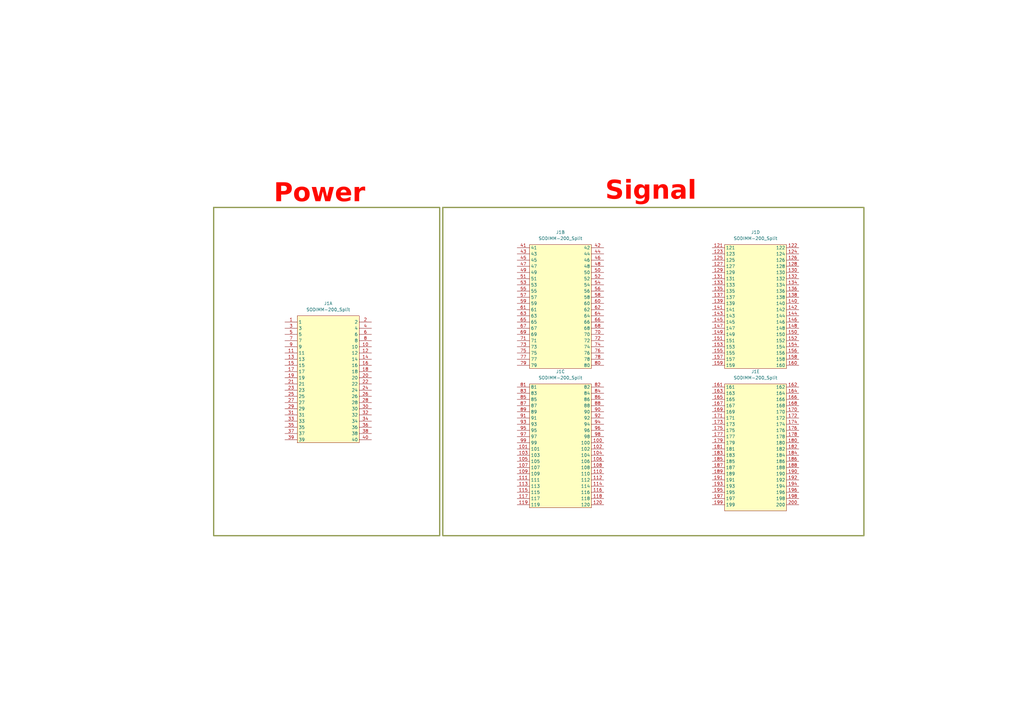
<source format=kicad_sch>
(kicad_sch (version 20231120) (generator "eeschema") (generator_version "8.0")
  (paper "A3")
  (title_block (title "Модуль вычислительный") (date "2025-02-09") (rev "1") (company "@madjogger") (comment 1 "ОРВК.467442.002.Э3") (comment 2 "Корнилов В.В."))
  (lib_symbols
    (symbol "Connector:SODIMM-200_Split"
      (property "Reference" "J" (at 0 1.27 0))
      (property "Value" "SODIMM-200_Split" (at 0 -1.27 0))
      (symbol "SODIMM-200_Split_1_1"
        (rectangle (start -12.7 25.4) (end 12.7 -26.67) (fill (type background)))
        (pin passive line (at -17.78 22.86 0) (length 5.08) (name "1") (number "1"))
        (pin passive line (at 17.78 12.7 180) (length 5.08) (name "10") (number "10"))
        (pin passive line (at -17.78 10.16 0) (length 5.08) (name "11") (number "11"))
        (pin passive line (at 17.78 10.16 180) (length 5.08) (name "12") (number "12"))
        (pin passive line (at -17.78 7.62 0) (length 5.08) (name "13") (number "13"))
        (pin passive line (at 17.78 7.62 180) (length 5.08) (name "14") (number "14"))
        (pin passive line (at -17.78 5.08 0) (length 5.08) (name "15") (number "15"))
        (pin passive line (at 17.78 5.08 180) (length 5.08) (name "16") (number "16"))
        (pin passive line (at -17.78 2.54 0) (length 5.08) (name "17") (number "17"))
        (pin passive line (at 17.78 2.54 180) (length 5.08) (name "18") (number "18"))
        (pin passive line (at -17.78 0 0) (length 5.08) (name "19") (number "19"))
        (pin passive line (at 17.78 22.86 180) (length 5.08) (name "2") (number "2"))
        (pin passive line (at 17.78 0 180) (length 5.08) (name "20") (number "20"))
        (pin passive line (at -17.78 -2.54 0) (length 5.08) (name "21") (number "21"))
        (pin passive line (at 17.78 -2.54 180) (length 5.08) (name "22") (number "22"))
        (pin passive line (at -17.78 -5.08 0) (length 5.08) (name "23") (number "23"))
        (pin passive line (at 17.78 -5.08 180) (length 5.08) (name "24") (number "24"))
        (pin passive line (at -17.78 -7.62 0) (length 5.08) (name "25") (number "25"))
        (pin passive line (at 17.78 -7.62 180) (length 5.08) (name "26") (number "26"))
        (pin passive line (at -17.78 -10.16 0) (length 5.08) (name "27") (number "27"))
        (pin passive line (at 17.78 -10.16 180) (length 5.08) (name "28") (number "28"))
        (pin passive line (at -17.78 -12.7 0) (length 5.08) (name "29") (number "29"))
        (pin passive line (at -17.78 20.32 0) (length 5.08) (name "3") (number "3"))
        (pin passive line (at 17.78 -12.7 180) (length 5.08) (name "30") (number "30"))
        (pin passive line (at -17.78 -15.24 0) (length 5.08) (name "31") (number "31"))
        (pin passive line (at 17.78 -15.24 180) (length 5.08) (name "32") (number "32"))
        (pin passive line (at -17.78 -17.78 0) (length 5.08) (name "33") (number "33"))
        (pin passive line (at 17.78 -17.78 180) (length 5.08) (name "34") (number "34"))
        (pin passive line (at -17.78 -20.32 0) (length 5.08) (name "35") (number "35"))
        (pin passive line (at 17.78 -20.32 180) (length 5.08) (name "36") (number "36"))
        (pin passive line (at -17.78 -22.86 0) (length 5.08) (name "37") (number "37"))
        (pin passive line (at 17.78 -22.86 180) (length 5.08) (name "38") (number "38"))
        (pin passive line (at -17.78 -25.4 0) (length 5.08) (name "39") (number "39"))
        (pin passive line (at 17.78 20.32 180) (length 5.08) (name "4") (number "4"))
        (pin passive line (at 17.78 -25.4 180) (length 5.08) (name "40") (number "40"))
        (pin passive line (at -17.78 17.78 0) (length 5.08) (name "5") (number "5"))
        (pin passive line (at 17.78 17.78 180) (length 5.08) (name "6") (number "6"))
        (pin passive line (at -17.78 15.24 0) (length 5.08) (name "7") (number "7"))
        (pin passive line (at 17.78 15.24 180) (length 5.08) (name "8") (number "8"))
        (pin passive line (at -17.78 12.7 0) (length 5.08) (name "9") (number "9"))
      )
      (symbol "SODIMM-200_Split_2_1"
        (rectangle (start -12.7 -26.67) (end 12.7 24.13) (fill (type background)))
        (pin passive line (at -17.78 22.86 0) (length 5.08) (name "41") (number "41"))
        (pin passive line (at 17.78 22.86 180) (length 5.08) (name "42") (number "42"))
        (pin passive line (at -17.78 20.32 0) (length 5.08) (name "43") (number "43"))
        (pin passive line (at 17.78 20.32 180) (length 5.08) (name "44") (number "44"))
        (pin passive line (at -17.78 17.78 0) (length 5.08) (name "45") (number "45"))
        (pin passive line (at 17.78 17.78 180) (length 5.08) (name "46") (number "46"))
        (pin passive line (at -17.78 15.24 0) (length 5.08) (name "47") (number "47"))
        (pin passive line (at 17.78 15.24 180) (length 5.08) (name "48") (number "48"))
        (pin passive line (at -17.78 12.7 0) (length 5.08) (name "49") (number "49"))
        (pin passive line (at 17.78 12.7 180) (length 5.08) (name "50") (number "50"))
        (pin passive line (at -17.78 10.16 0) (length 5.08) (name "51") (number "51"))
        (pin passive line (at 17.78 10.16 180) (length 5.08) (name "52") (number "52"))
        (pin passive line (at -17.78 7.62 0) (length 5.08) (name "53") (number "53"))
        (pin passive line (at 17.78 7.62 180) (length 5.08) (name "54") (number "54"))
        (pin passive line (at -17.78 5.08 0) (length 5.08) (name "55") (number "55"))
        (pin passive line (at 17.78 5.08 180) (length 5.08) (name "56") (number "56"))
        (pin passive line (at -17.78 2.54 0) (length 5.08) (name "57") (number "57"))
        (pin passive line (at 17.78 2.54 180) (length 5.08) (name "58") (number "58"))
        (pin passive line (at -17.78 0 0) (length 5.08) (name "59") (number "59"))
        (pin passive line (at 17.78 0 180) (length 5.08) (name "60") (number "60"))
        (pin passive line (at -17.78 -2.54 0) (length 5.08) (name "61") (number "61"))
        (pin passive line (at 17.78 -2.54 180) (length 5.08) (name "62") (number "62"))
        (pin passive line (at -17.78 -5.08 0) (length 5.08) (name "63") (number "63"))
        (pin passive line (at 17.78 -5.08 180) (length 5.08) (name "64") (number "64"))
        (pin passive line (at -17.78 -7.62 0) (length 5.08) (name "65") (number "65"))
        (pin passive line (at 17.78 -7.62 180) (length 5.08) (name "66") (number "66"))
        (pin passive line (at -17.78 -10.16 0) (length 5.08) (name "67") (number "67"))
        (pin passive line (at 17.78 -10.16 180) (length 5.08) (name "68") (number "68"))
        (pin passive line (at -17.78 -12.7 0) (length 5.08) (name "69") (number "69"))
        (pin passive line (at 17.78 -12.7 180) (length 5.08) (name "70") (number "70"))
        (pin passive line (at -17.78 -15.24 0) (length 5.08) (name "71") (number "71"))
        (pin passive line (at 17.78 -15.24 180) (length 5.08) (name "72") (number "72"))
        (pin passive line (at -17.78 -17.78 0) (length 5.08) (name "73") (number "73"))
        (pin passive line (at 17.78 -17.78 180) (length 5.08) (name "74") (number "74"))
        (pin passive line (at -17.78 -20.32 0) (length 5.08) (name "75") (number "75"))
        (pin passive line (at 17.78 -20.32 180) (length 5.08) (name "76") (number "76"))
        (pin passive line (at -17.78 -22.86 0) (length 5.08) (name "77") (number "77"))
        (pin passive line (at 17.78 -22.86 180) (length 5.08) (name "78") (number "78"))
        (pin passive line (at -17.78 -25.4 0) (length 5.08) (name "79") (number "79"))
        (pin passive line (at 17.78 -25.4 180) (length 5.08) (name "80") (number "80"))
      )
      (symbol "SODIMM-200_Split_3_1"
        (rectangle (start -12.7 24.13) (end 12.7 -26.67) (fill (type background)))
        (pin passive line (at 17.78 0 180) (length 5.08) (name "100") (number "100"))
        (pin passive line (at -17.78 -2.54 0) (length 5.08) (name "101") (number "101"))
        (pin passive line (at 17.78 -2.54 180) (length 5.08) (name "102") (number "102"))
        (pin passive line (at -17.78 -5.08 0) (length 5.08) (name "103") (number "103"))
        (pin passive line (at 17.78 -5.08 180) (length 5.08) (name "104") (number "104"))
        (pin passive line (at -17.78 -7.62 0) (length 5.08) (name "105") (number "105"))
        (pin passive line (at 17.78 -7.62 180) (length 5.08) (name "106") (number "106"))
        (pin passive line (at -17.78 -10.16 0) (length 5.08) (name "107") (number "107"))
        (pin passive line (at 17.78 -10.16 180) (length 5.08) (name "108") (number "108"))
        (pin passive line (at -17.78 -12.7 0) (length 5.08) (name "109") (number "109"))
        (pin passive line (at 17.78 -12.7 180) (length 5.08) (name "110") (number "110"))
        (pin passive line (at -17.78 -15.24 0) (length 5.08) (name "111") (number "111"))
        (pin passive line (at 17.78 -15.24 180) (length 5.08) (name "112") (number "112"))
        (pin passive line (at -17.78 -17.78 0) (length 5.08) (name "113") (number "113"))
        (pin passive line (at 17.78 -17.78 180) (length 5.08) (name "114") (number "114"))
        (pin passive line (at -17.78 -20.32 0) (length 5.08) (name "115") (number "115"))
        (pin passive line (at 17.78 -20.32 180) (length 5.08) (name "116") (number "116"))
        (pin passive line (at -17.78 -22.86 0) (length 5.08) (name "117") (number "117"))
        (pin passive line (at 17.78 -22.86 180) (length 5.08) (name "118") (number "118"))
        (pin passive line (at -17.78 -25.4 0) (length 5.08) (name "119") (number "119"))
        (pin passive line (at 17.78 -25.4 180) (length 5.08) (name "120") (number "120"))
        (pin passive line (at -17.78 22.86 0) (length 5.08) (name "81") (number "81"))
        (pin passive line (at 17.78 22.86 180) (length 5.08) (name "82") (number "82"))
        (pin passive line (at -17.78 20.32 0) (length 5.08) (name "83") (number "83"))
        (pin passive line (at 17.78 20.32 180) (length 5.08) (name "84") (number "84"))
        (pin passive line (at -17.78 17.78 0) (length 5.08) (name "85") (number "85"))
        (pin passive line (at 17.78 17.78 180) (length 5.08) (name "86") (number "86"))
        (pin passive line (at -17.78 15.24 0) (length 5.08) (name "87") (number "87"))
        (pin passive line (at 17.78 15.24 180) (length 5.08) (name "88") (number "88"))
        (pin passive line (at -17.78 12.7 0) (length 5.08) (name "89") (number "89"))
        (pin passive line (at 17.78 12.7 180) (length 5.08) (name "90") (number "90"))
        (pin passive line (at -17.78 10.16 0) (length 5.08) (name "91") (number "91"))
        (pin passive line (at 17.78 10.16 180) (length 5.08) (name "92") (number "92"))
        (pin passive line (at -17.78 7.62 0) (length 5.08) (name "93") (number "93"))
        (pin passive line (at 17.78 7.62 180) (length 5.08) (name "94") (number "94"))
        (pin passive line (at -17.78 5.08 0) (length 5.08) (name "95") (number "95"))
        (pin passive line (at 17.78 5.08 180) (length 5.08) (name "96") (number "96"))
        (pin passive line (at -17.78 2.54 0) (length 5.08) (name "97") (number "97"))
        (pin passive line (at 17.78 2.54 180) (length 5.08) (name "98") (number "98"))
        (pin passive line (at -17.78 0 0) (length 5.08) (name "99") (number "99"))
      )
      (symbol "SODIMM-200_Split_4_1"
        (rectangle (start -12.7 24.13) (end 12.7 -26.67) (fill (type background)))
        (pin passive line (at -17.78 22.86 0) (length 5.08) (name "121") (number "121"))
        (pin passive line (at 17.78 22.86 180) (length 5.08) (name "122") (number "122"))
        (pin passive line (at -17.78 20.32 0) (length 5.08) (name "123") (number "123"))
        (pin passive line (at 17.78 20.32 180) (length 5.08) (name "124") (number "124"))
        (pin passive line (at -17.78 17.78 0) (length 5.08) (name "125") (number "125"))
        (pin passive line (at 17.78 17.78 180) (length 5.08) (name "126") (number "126"))
        (pin passive line (at -17.78 15.24 0) (length 5.08) (name "127") (number "127"))
        (pin passive line (at 17.78 15.24 180) (length 5.08) (name "128") (number "128"))
        (pin passive line (at -17.78 12.7 0) (length 5.08) (name "129") (number "129"))
        (pin passive line (at 17.78 12.7 180) (length 5.08) (name "130") (number "130"))
        (pin passive line (at -17.78 10.16 0) (length 5.08) (name "131") (number "131"))
        (pin passive line (at 17.78 10.16 180) (length 5.08) (name "132") (number "132"))
        (pin passive line (at -17.78 7.62 0) (length 5.08) (name "133") (number "133"))
        (pin passive line (at 17.78 7.62 180) (length 5.08) (name "134") (number "134"))
        (pin passive line (at -17.78 5.08 0) (length 5.08) (name "135") (number "135"))
        (pin passive line (at 17.78 5.08 180) (length 5.08) (name "136") (number "136"))
        (pin passive line (at -17.78 2.54 0) (length 5.08) (name "137") (number "137"))
        (pin passive line (at 17.78 2.54 180) (length 5.08) (name "138") (number "138"))
        (pin passive line (at -17.78 0 0) (length 5.08) (name "139") (number "139"))
        (pin passive line (at 17.78 0 180) (length 5.08) (name "140") (number "140"))
        (pin passive line (at -17.78 -2.54 0) (length 5.08) (name "141") (number "141"))
        (pin passive line (at 17.78 -2.54 180) (length 5.08) (name "142") (number "142"))
        (pin passive line (at -17.78 -5.08 0) (length 5.08) (name "143") (number "143"))
        (pin passive line (at 17.78 -5.08 180) (length 5.08) (name "144") (number "144"))
        (pin passive line (at -17.78 -7.62 0) (length 5.08) (name "145") (number "145"))
        (pin passive line (at 17.78 -7.62 180) (length 5.08) (name "146") (number "146"))
        (pin passive line (at -17.78 -10.16 0) (length 5.08) (name "147") (number "147"))
        (pin passive line (at 17.78 -10.16 180) (length 5.08) (name "148") (number "148"))
        (pin passive line (at -17.78 -12.7 0) (length 5.08) (name "149") (number "149"))
        (pin passive line (at 17.78 -12.7 180) (length 5.08) (name "150") (number "150"))
        (pin passive line (at -17.78 -15.24 0) (length 5.08) (name "151") (number "151"))
        (pin passive line (at 17.78 -15.24 180) (length 5.08) (name "152") (number "152"))
        (pin passive line (at -17.78 -17.78 0) (length 5.08) (name "153") (number "153"))
        (pin passive line (at 17.78 -17.78 180) (length 5.08) (name "154") (number "154"))
        (pin passive line (at -17.78 -20.32 0) (length 5.08) (name "155") (number "155"))
        (pin passive line (at 17.78 -20.32 180) (length 5.08) (name "156") (number "156"))
        (pin passive line (at -17.78 -22.86 0) (length 5.08) (name "157") (number "157"))
        (pin passive line (at 17.78 -22.86 180) (length 5.08) (name "158") (number "158"))
        (pin passive line (at -17.78 -25.4 0) (length 5.08) (name "159") (number "159"))
        (pin passive line (at 17.78 -25.4 180) (length 5.08) (name "160") (number "160"))
      )
      (symbol "SODIMM-200_Split_5_1"
        (rectangle (start -12.7 24.13) (end 12.7 -27.94) (fill (type background)))
        (pin passive line (at -17.78 22.86 0) (length 5.08) (name "161") (number "161"))
        (pin passive line (at 17.78 22.86 180) (length 5.08) (name "162") (number "162"))
        (pin passive line (at -17.78 20.32 0) (length 5.08) (name "163") (number "163"))
        (pin passive line (at 17.78 20.32 180) (length 5.08) (name "164") (number "164"))
        (pin passive line (at -17.78 17.78 0) (length 5.08) (name "165") (number "165"))
        (pin passive line (at 17.78 17.78 180) (length 5.08) (name "166") (number "166"))
        (pin passive line (at -17.78 15.24 0) (length 5.08) (name "167") (number "167"))
        (pin passive line (at 17.78 15.24 180) (length 5.08) (name "168") (number "168"))
        (pin passive line (at -17.78 12.7 0) (length 5.08) (name "169") (number "169"))
        (pin passive line (at 17.78 12.7 180) (length 5.08) (name "170") (number "170"))
        (pin passive line (at -17.78 10.16 0) (length 5.08) (name "171") (number "171"))
        (pin passive line (at 17.78 10.16 180) (length 5.08) (name "172") (number "172"))
        (pin passive line (at -17.78 7.62 0) (length 5.08) (name "173") (number "173"))
        (pin passive line (at 17.78 7.62 180) (length 5.08) (name "174") (number "174"))
        (pin passive line (at -17.78 5.08 0) (length 5.08) (name "175") (number "175"))
        (pin passive line (at 17.78 5.08 180) (length 5.08) (name "176") (number "176"))
        (pin passive line (at -17.78 2.54 0) (length 5.08) (name "177") (number "177"))
        (pin passive line (at 17.78 2.54 180) (length 5.08) (name "178") (number "178"))
        (pin passive line (at -17.78 0 0) (length 5.08) (name "179") (number "179"))
        (pin passive line (at 17.78 0 180) (length 5.08) (name "180") (number "180"))
        (pin passive line (at -17.78 -2.54 0) (length 5.08) (name "181") (number "181"))
        (pin passive line (at 17.78 -2.54 180) (length 5.08) (name "182") (number "182"))
        (pin passive line (at -17.78 -5.08 0) (length 5.08) (name "183") (number "183"))
        (pin passive line (at 17.78 -5.08 180) (length 5.08) (name "184") (number "184"))
        (pin passive line (at -17.78 -7.62 0) (length 5.08) (name "185") (number "185"))
        (pin passive line (at 17.78 -7.62 180) (length 5.08) (name "186") (number "186"))
        (pin passive line (at -17.78 -10.16 0) (length 5.08) (name "187") (number "187"))
        (pin passive line (at 17.78 -10.16 180) (length 5.08) (name "188") (number "188"))
        (pin passive line (at -17.78 -12.7 0) (length 5.08) (name "189") (number "189"))
        (pin passive line (at 17.78 -12.7 180) (length 5.08) (name "190") (number "190"))
        (pin passive line (at -17.78 -15.24 0) (length 5.08) (name "191") (number "191"))
        (pin passive line (at 17.78 -15.24 180) (length 5.08) (name "192") (number "192"))
        (pin passive line (at -17.78 -17.78 0) (length 5.08) (name "193") (number "193"))
        (pin passive line (at 17.78 -17.78 180) (length 5.08) (name "194") (number "194"))
        (pin passive line (at -17.78 -20.32 0) (length 5.08) (name "195") (number "195"))
        (pin passive line (at 17.78 -20.32 180) (length 5.08) (name "196") (number "196"))
        (pin passive line (at -17.78 -22.86 0) (length 5.08) (name "197") (number "197"))
        (pin passive line (at 17.78 -22.86 180) (length 5.08) (name "198") (number "198"))
        (pin passive line (at -17.78 -25.4 0) (length 5.08) (name "199") (number "199"))
        (pin passive line (at 17.78 -25.4 180) (length 5.08) (name "200") (number "200"))
      )
    )
  )
  (rectangle (start 87.63 85.09) (end 180.34 219.71) (stroke (width 0.508) (color 141 151 76 1)))
  (rectangle (start 181.61 85.09) (end 354.33 219.71) (stroke (width 0.508) (color 141 151 76 1)))
  (text "Signal" (at 266.954 80.518 0) (effects (font (size 7.62 7.62) (thickness 0.254) (bold yes))))
  (text "Power" (at 131.064 81.534 0) (effects (font (size 7.62 7.62) (thickness 0.254) (bold yes))))
  (symbol (lib_id "Connector:SODIMM-200_Split") (at 309.88 124.46 0) (unit 4)
    (property "Reference" "J1" (at 309.88 95.25 0))
    (property "Value" "SODIMM-200_Split" (at 309.88 97.79 0))
    (property "Description" "SODIMM 200 Pin socket" (effects (hide yes)))
  )
  (symbol (lib_id "Connector:SODIMM-200_Split") (at 134.62 154.94 0) (unit 1)
    (property "Reference" "J1" (at 134.62 124.46 0))
    (property "Value" "SODIMM-200_Split" (at 134.62 127 0))
    (property "Description" "SODIMM 200 Pin socket" (effects (hide yes)))
  )
  (symbol (lib_id "Connector:SODIMM-200_Split") (at 309.88 181.61 0) (unit 5)
    (property "Reference" "J1" (at 309.88 152.4 0))
    (property "Value" "SODIMM-200_Split" (at 309.88 154.94 0))
    (property "Description" "SODIMM 200 Pin socket" (effects (hide yes)))
  )
  (symbol (lib_id "Connector:SODIMM-200_Split") (at 229.87 124.46 0) (unit 2)
    (property "Reference" "J1" (at 229.87 95.25 0))
    (property "Value" "SODIMM-200_Split" (at 229.87 97.79 0))
    (property "Description" "SODIMM 200 Pin socket" (effects (hide yes)))
  )
  (symbol (lib_id "Connector:SODIMM-200_Split") (at 229.87 181.61 0) (unit 3)
    (property "Reference" "J1" (at 229.87 152.4 0))
    (property "Value" "SODIMM-200_Split" (at 229.87 154.94 0))
    (property "Description" "SODIMM 200 Pin socket" (effects (hide yes)))
  )
)
</source>
